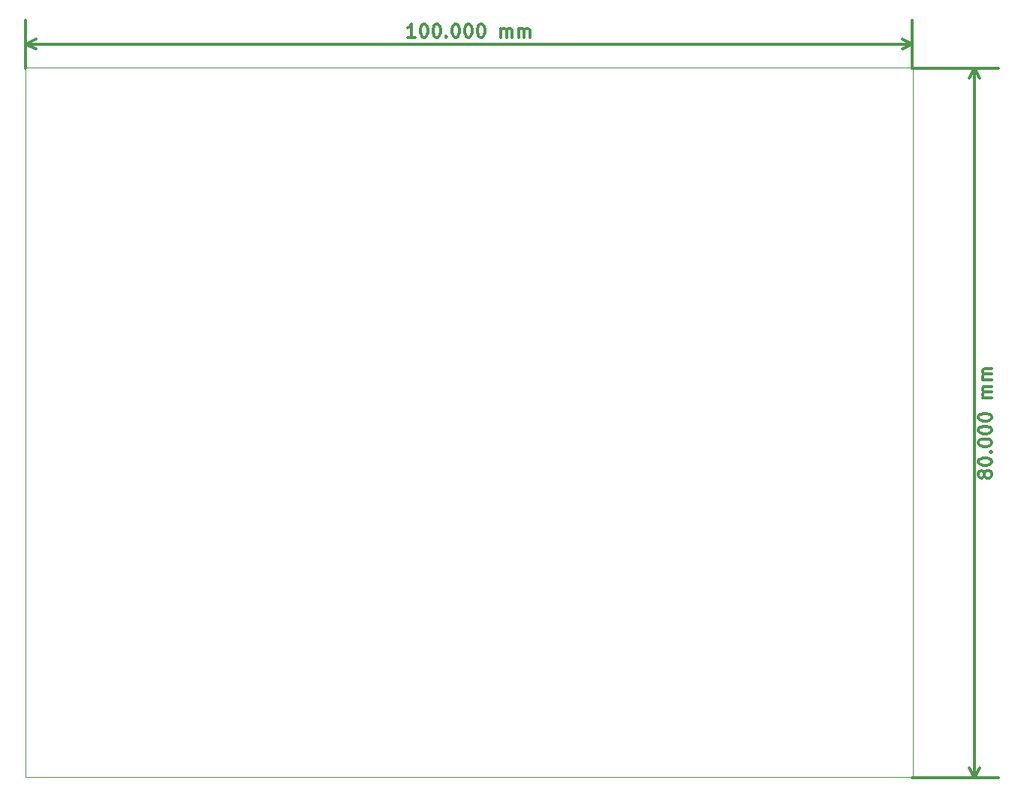
<source format=gbr>
G04 (created by PCBNEW (2013-07-07 BZR 4022)-stable) date 20-Nov-13 2:59:34 PM*
%MOIN*%
G04 Gerber Fmt 3.4, Leading zero omitted, Abs format*
%FSLAX34Y34*%
G01*
G70*
G90*
G04 APERTURE LIST*
%ADD10C,0.00590551*%
%ADD11C,0.011811*%
%ADD12C,0.00393701*%
G04 APERTURE END LIST*
G54D10*
G54D11*
X39834Y-53742D02*
X39496Y-53742D01*
X39665Y-53742D02*
X39665Y-53152D01*
X39609Y-53236D01*
X39552Y-53293D01*
X39496Y-53321D01*
X40199Y-53152D02*
X40255Y-53152D01*
X40312Y-53180D01*
X40340Y-53208D01*
X40368Y-53264D01*
X40396Y-53377D01*
X40396Y-53517D01*
X40368Y-53630D01*
X40340Y-53686D01*
X40312Y-53714D01*
X40255Y-53742D01*
X40199Y-53742D01*
X40143Y-53714D01*
X40115Y-53686D01*
X40087Y-53630D01*
X40059Y-53517D01*
X40059Y-53377D01*
X40087Y-53264D01*
X40115Y-53208D01*
X40143Y-53180D01*
X40199Y-53152D01*
X40762Y-53152D02*
X40818Y-53152D01*
X40874Y-53180D01*
X40902Y-53208D01*
X40930Y-53264D01*
X40958Y-53377D01*
X40958Y-53517D01*
X40930Y-53630D01*
X40902Y-53686D01*
X40874Y-53714D01*
X40818Y-53742D01*
X40762Y-53742D01*
X40705Y-53714D01*
X40677Y-53686D01*
X40649Y-53630D01*
X40621Y-53517D01*
X40621Y-53377D01*
X40649Y-53264D01*
X40677Y-53208D01*
X40705Y-53180D01*
X40762Y-53152D01*
X41212Y-53686D02*
X41240Y-53714D01*
X41212Y-53742D01*
X41183Y-53714D01*
X41212Y-53686D01*
X41212Y-53742D01*
X41605Y-53152D02*
X41661Y-53152D01*
X41718Y-53180D01*
X41746Y-53208D01*
X41774Y-53264D01*
X41802Y-53377D01*
X41802Y-53517D01*
X41774Y-53630D01*
X41746Y-53686D01*
X41718Y-53714D01*
X41661Y-53742D01*
X41605Y-53742D01*
X41549Y-53714D01*
X41521Y-53686D01*
X41493Y-53630D01*
X41465Y-53517D01*
X41465Y-53377D01*
X41493Y-53264D01*
X41521Y-53208D01*
X41549Y-53180D01*
X41605Y-53152D01*
X42168Y-53152D02*
X42224Y-53152D01*
X42280Y-53180D01*
X42308Y-53208D01*
X42336Y-53264D01*
X42365Y-53377D01*
X42365Y-53517D01*
X42336Y-53630D01*
X42308Y-53686D01*
X42280Y-53714D01*
X42224Y-53742D01*
X42168Y-53742D01*
X42111Y-53714D01*
X42083Y-53686D01*
X42055Y-53630D01*
X42027Y-53517D01*
X42027Y-53377D01*
X42055Y-53264D01*
X42083Y-53208D01*
X42111Y-53180D01*
X42168Y-53152D01*
X42730Y-53152D02*
X42786Y-53152D01*
X42843Y-53180D01*
X42871Y-53208D01*
X42899Y-53264D01*
X42927Y-53377D01*
X42927Y-53517D01*
X42899Y-53630D01*
X42871Y-53686D01*
X42843Y-53714D01*
X42786Y-53742D01*
X42730Y-53742D01*
X42674Y-53714D01*
X42646Y-53686D01*
X42618Y-53630D01*
X42589Y-53517D01*
X42589Y-53377D01*
X42618Y-53264D01*
X42646Y-53208D01*
X42674Y-53180D01*
X42730Y-53152D01*
X43630Y-53742D02*
X43630Y-53349D01*
X43630Y-53405D02*
X43658Y-53377D01*
X43714Y-53349D01*
X43799Y-53349D01*
X43855Y-53377D01*
X43883Y-53433D01*
X43883Y-53742D01*
X43883Y-53433D02*
X43911Y-53377D01*
X43967Y-53349D01*
X44052Y-53349D01*
X44108Y-53377D01*
X44136Y-53433D01*
X44136Y-53742D01*
X44417Y-53742D02*
X44417Y-53349D01*
X44417Y-53405D02*
X44446Y-53377D01*
X44502Y-53349D01*
X44586Y-53349D01*
X44642Y-53377D01*
X44670Y-53433D01*
X44670Y-53742D01*
X44670Y-53433D02*
X44699Y-53377D01*
X44755Y-53349D01*
X44839Y-53349D01*
X44895Y-53377D01*
X44924Y-53433D01*
X44924Y-53742D01*
X22539Y-54035D02*
X61909Y-54035D01*
X22539Y-55118D02*
X22539Y-52972D01*
X61909Y-55118D02*
X61909Y-52972D01*
X61909Y-54035D02*
X61465Y-54266D01*
X61909Y-54035D02*
X61465Y-53804D01*
X22539Y-54035D02*
X22982Y-54266D01*
X22539Y-54035D02*
X22982Y-53804D01*
X65098Y-73200D02*
X65070Y-73256D01*
X65042Y-73284D01*
X64985Y-73312D01*
X64957Y-73312D01*
X64901Y-73284D01*
X64873Y-73256D01*
X64845Y-73200D01*
X64845Y-73087D01*
X64873Y-73031D01*
X64901Y-73003D01*
X64957Y-72975D01*
X64985Y-72975D01*
X65042Y-73003D01*
X65070Y-73031D01*
X65098Y-73087D01*
X65098Y-73200D01*
X65126Y-73256D01*
X65154Y-73284D01*
X65210Y-73312D01*
X65323Y-73312D01*
X65379Y-73284D01*
X65407Y-73256D01*
X65435Y-73200D01*
X65435Y-73087D01*
X65407Y-73031D01*
X65379Y-73003D01*
X65323Y-72975D01*
X65210Y-72975D01*
X65154Y-73003D01*
X65126Y-73031D01*
X65098Y-73087D01*
X64845Y-72609D02*
X64845Y-72553D01*
X64873Y-72497D01*
X64901Y-72469D01*
X64957Y-72440D01*
X65070Y-72412D01*
X65210Y-72412D01*
X65323Y-72440D01*
X65379Y-72469D01*
X65407Y-72497D01*
X65435Y-72553D01*
X65435Y-72609D01*
X65407Y-72665D01*
X65379Y-72694D01*
X65323Y-72722D01*
X65210Y-72750D01*
X65070Y-72750D01*
X64957Y-72722D01*
X64901Y-72694D01*
X64873Y-72665D01*
X64845Y-72609D01*
X65379Y-72159D02*
X65407Y-72131D01*
X65435Y-72159D01*
X65407Y-72187D01*
X65379Y-72159D01*
X65435Y-72159D01*
X64845Y-71766D02*
X64845Y-71709D01*
X64873Y-71653D01*
X64901Y-71625D01*
X64957Y-71597D01*
X65070Y-71569D01*
X65210Y-71569D01*
X65323Y-71597D01*
X65379Y-71625D01*
X65407Y-71653D01*
X65435Y-71709D01*
X65435Y-71766D01*
X65407Y-71822D01*
X65379Y-71850D01*
X65323Y-71878D01*
X65210Y-71906D01*
X65070Y-71906D01*
X64957Y-71878D01*
X64901Y-71850D01*
X64873Y-71822D01*
X64845Y-71766D01*
X64845Y-71203D02*
X64845Y-71147D01*
X64873Y-71091D01*
X64901Y-71062D01*
X64957Y-71034D01*
X65070Y-71006D01*
X65210Y-71006D01*
X65323Y-71034D01*
X65379Y-71062D01*
X65407Y-71091D01*
X65435Y-71147D01*
X65435Y-71203D01*
X65407Y-71259D01*
X65379Y-71287D01*
X65323Y-71316D01*
X65210Y-71344D01*
X65070Y-71344D01*
X64957Y-71316D01*
X64901Y-71287D01*
X64873Y-71259D01*
X64845Y-71203D01*
X64845Y-70641D02*
X64845Y-70584D01*
X64873Y-70528D01*
X64901Y-70500D01*
X64957Y-70472D01*
X65070Y-70444D01*
X65210Y-70444D01*
X65323Y-70472D01*
X65379Y-70500D01*
X65407Y-70528D01*
X65435Y-70584D01*
X65435Y-70641D01*
X65407Y-70697D01*
X65379Y-70725D01*
X65323Y-70753D01*
X65210Y-70781D01*
X65070Y-70781D01*
X64957Y-70753D01*
X64901Y-70725D01*
X64873Y-70697D01*
X64845Y-70641D01*
X65435Y-69741D02*
X65042Y-69741D01*
X65098Y-69741D02*
X65070Y-69713D01*
X65042Y-69656D01*
X65042Y-69572D01*
X65070Y-69516D01*
X65126Y-69488D01*
X65435Y-69488D01*
X65126Y-69488D02*
X65070Y-69460D01*
X65042Y-69403D01*
X65042Y-69319D01*
X65070Y-69263D01*
X65126Y-69235D01*
X65435Y-69235D01*
X65435Y-68953D02*
X65042Y-68953D01*
X65098Y-68953D02*
X65070Y-68925D01*
X65042Y-68869D01*
X65042Y-68785D01*
X65070Y-68728D01*
X65126Y-68700D01*
X65435Y-68700D01*
X65126Y-68700D02*
X65070Y-68672D01*
X65042Y-68616D01*
X65042Y-68532D01*
X65070Y-68475D01*
X65126Y-68447D01*
X65435Y-68447D01*
X64665Y-86614D02*
X64665Y-55118D01*
X61909Y-86614D02*
X65728Y-86614D01*
X61909Y-55118D02*
X65728Y-55118D01*
X64665Y-55118D02*
X64896Y-55561D01*
X64665Y-55118D02*
X64434Y-55561D01*
X64665Y-86614D02*
X64896Y-86170D01*
X64665Y-86614D02*
X64434Y-86170D01*
G54D12*
X22544Y-86594D02*
X61916Y-86594D01*
X61914Y-55100D02*
X61914Y-86600D01*
X22540Y-57900D02*
X22530Y-57900D01*
X22540Y-55104D02*
X22540Y-86600D01*
X22540Y-55100D02*
X61910Y-55100D01*
M02*

</source>
